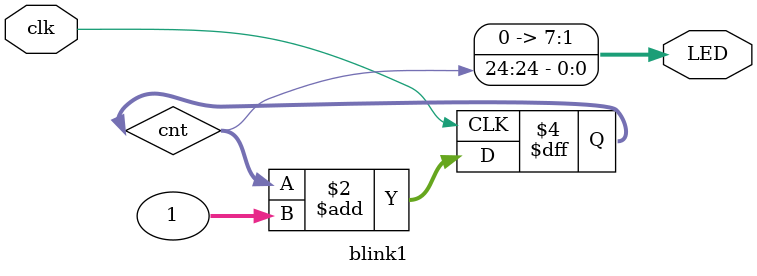
<source format=v>
module blink1(
input wire clk, // 50MHz input clock
output wire [7:0] LED // array of 8 LEDs
);

// create a binary counter
reg [31:0] cnt; //32 bit counter

initial begin

cnt <= 32'h00000000; // start count at zero

end

always @(posedge clk) begin

cnt <= cnt+1; // count up

end


//assign LEDs to bits 28 through 21 of the counter

assign LED = cnt[24];

endmodule
</source>
